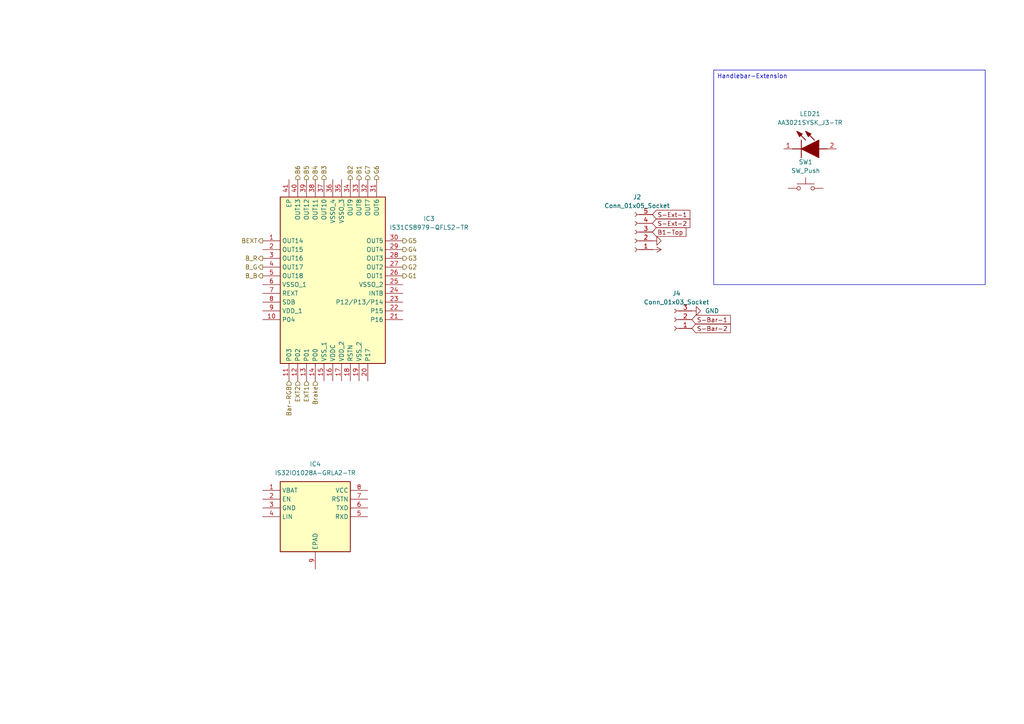
<source format=kicad_sch>
(kicad_sch (version 20250114) (generator "eeschema") (generator_version "9.0")
  (paper "A4")
  (lib_symbols
    (symbol "Connector:Conn_01x03_Socket" (pin_names (offset 1.016) (hide yes))
      (property "Reference" "J" (at 0 5.08 0))
      (property "Value" "Conn_01x03_Socket" (at 0 -5.08 0))
      (symbol "Conn_01x03_Socket_1_1"
        (polyline (pts (xy -1.27 2.54) (xy -0.508 2.54)) (stroke (width 0.1524)))
        (polyline (pts (xy -1.27 0) (xy -0.508 0)) (stroke (width 0.1524)))
        (polyline (pts (xy -1.27 -2.54) (xy -0.508 -2.54)) (stroke (width 0.1524)))
        (arc (start 0 2.032) (mid -0.5058 2.54) (end 0 3.048) (stroke (width 0.1524)))
        (arc (start 0 -0.508) (mid -0.5058 0) (end 0 0.508) (stroke (width 0.1524)))
        (arc (start 0 -3.048) (mid -0.5058 -2.54) (end 0 -2.032) (stroke (width 0.1524)))
        (pin passive line (at -5.08 2.54 0) (length 3.81) (name "Pin_1") (number "1"))
        (pin passive line (at -5.08 0 0) (length 3.81) (name "Pin_2") (number "2"))
        (pin passive line (at -5.08 -2.54 0) (length 3.81) (name "Pin_3") (number "3"))
      )
    )
    (symbol "Connector:Conn_01x05_Socket" (pin_names (offset 1.016) (hide yes))
      (property "Reference" "J" (at 0 7.62 0))
      (property "Value" "Conn_01x05_Socket" (at 0 -7.62 0))
      (symbol "Conn_01x05_Socket_1_1"
        (polyline (pts (xy -1.27 5.08) (xy -0.508 5.08)) (stroke (width 0.1524)))
        (polyline (pts (xy -1.27 2.54) (xy -0.508 2.54)) (stroke (width 0.1524)))
        (polyline (pts (xy -1.27 0) (xy -0.508 0)) (stroke (width 0.1524)))
        (polyline (pts (xy -1.27 -2.54) (xy -0.508 -2.54)) (stroke (width 0.1524)))
        (polyline (pts (xy -1.27 -5.08) (xy -0.508 -5.08)) (stroke (width 0.1524)))
        (arc (start 0 4.572) (mid -0.5058 5.08) (end 0 5.588) (stroke (width 0.1524)))
        (arc (start 0 2.032) (mid -0.5058 2.54) (end 0 3.048) (stroke (width 0.1524)))
        (arc (start 0 -0.508) (mid -0.5058 0) (end 0 0.508) (stroke (width 0.1524)))
        (arc (start 0 -3.048) (mid -0.5058 -2.54) (end 0 -2.032) (stroke (width 0.1524)))
        (arc (start 0 -5.588) (mid -0.5058 -5.08) (end 0 -4.572) (stroke (width 0.1524)))
        (pin passive line (at -5.08 5.08 0) (length 3.81) (name "Pin_1") (number "1"))
        (pin passive line (at -5.08 2.54 0) (length 3.81) (name "Pin_2") (number "2"))
        (pin passive line (at -5.08 0 0) (length 3.81) (name "Pin_3") (number "3"))
        (pin passive line (at -5.08 -2.54 0) (length 3.81) (name "Pin_4") (number "4"))
        (pin passive line (at -5.08 -5.08 0) (length 3.81) (name "Pin_5") (number "5"))
      )
    )
    (symbol "SamacSys_Parts:AA3021SYSK_J3-TR" (pin_names (hide yes))
      (property "Reference" "LED" (at 12.7 8.89 0))
      (property "Value" "AA3021SYSK_J3-TR" (at 12.7 6.35 0))
      (symbol "AA3021SYSK_J3-TR_1_1"
        (polyline (pts (xy 2.54 0) (xy 5.08 0)) (stroke (width 0.254)))
        (polyline (pts (xy 5.08 2.54) (xy 5.08 -2.54)) (stroke (width 0.254)))
        (polyline (pts (xy 5.08 0) (xy 10.16 2.54) (xy 10.16 -2.54) (xy 5.08 0)) (stroke (width 0.254)) (fill (type outline)))
        (polyline (pts (xy 5.334 4.318) (xy 4.572 3.556) (xy 3.81 5.08) (xy 5.334 4.318)) (stroke (width 0.254)) (fill (type outline)))
        (polyline (pts (xy 6.35 2.54) (xy 3.81 5.08)) (stroke (width 0.254)))
        (polyline (pts (xy 7.874 4.318) (xy 7.112 3.556) (xy 6.35 5.08) (xy 7.874 4.318)) (stroke (width 0.254)) (fill (type outline)))
        (polyline (pts (xy 8.89 2.54) (xy 6.35 5.08)) (stroke (width 0.254)))
        (polyline (pts (xy 10.16 0) (xy 12.7 0)) (stroke (width 0.254)))
        (pin passive line (at 0 0 0) (length 2.54) (name "K") (number "1"))
        (pin passive line (at 15.24 0 180) (length 2.54) (name "A") (number "2"))
      )
    )
    (symbol "SamacSys_Parts:IS31CS8979-QFLS2-TR"
      (property "Reference" "IC" (at 36.83 17.78 0))
      (property "Value" "IS31CS8979-QFLS2-TR" (at 36.83 15.24 0))
      (symbol "IS31CS8979-QFLS2-TR_1_1"
        (rectangle (start 5.08 12.7) (end 35.56 -35.56) (stroke (width 0.254)) (fill (type background)))
        (pin passive line (at 0 0 0) (length 5.08) (name "OUT14") (number "1"))
        (pin passive line (at 0 -2.54 0) (length 5.08) (name "OUT15") (number "2"))
        (pin passive line (at 0 -5.08 0) (length 5.08) (name "OUT16") (number "3"))
        (pin passive line (at 0 -7.62 0) (length 5.08) (name "OUT17") (number "4"))
        (pin passive line (at 0 -10.16 0) (length 5.08) (name "OUT18") (number "5"))
        (pin passive line (at 0 -12.7 0) (length 5.08) (name "VSSO_1") (number "6"))
        (pin passive line (at 0 -15.24 0) (length 5.08) (name "REXT") (number "7"))
        (pin passive line (at 0 -17.78 0) (length 5.08) (name "SDB") (number "8"))
        (pin passive line (at 0 -20.32 0) (length 5.08) (name "VDD_1") (number "9"))
        (pin passive line (at 0 -22.86 0) (length 5.08) (name "P04") (number "10"))
        (pin passive line (at 7.62 17.78 270) (length 5.08) (name "EP") (number "41"))
        (pin passive line (at 7.62 -40.64 90) (length 5.08) (name "P03") (number "11"))
        (pin passive line (at 10.16 17.78 270) (length 5.08) (name "OUT13") (number "40"))
        (pin passive line (at 10.16 -40.64 90) (length 5.08) (name "P02") (number "12"))
        (pin passive line (at 12.7 17.78 270) (length 5.08) (name "OUT12") (number "39"))
        (pin passive line (at 12.7 -40.64 90) (length 5.08) (name "P01") (number "13"))
        (pin passive line (at 15.24 17.78 270) (length 5.08) (name "OUT11") (number "38"))
        (pin passive line (at 15.24 -40.64 90) (length 5.08) (name "P00") (number "14"))
        (pin passive line (at 17.78 17.78 270) (length 5.08) (name "OUT10") (number "37"))
        (pin passive line (at 17.78 -40.64 90) (length 5.08) (name "VSS_1") (number "15"))
        (pin passive line (at 20.32 17.78 270) (length 5.08) (name "VSSO_4") (number "36"))
        (pin passive line (at 20.32 -40.64 90) (length 5.08) (name "VDDC") (number "16"))
        (pin passive line (at 22.86 17.78 270) (length 5.08) (name "VSSO_3") (number "35"))
        (pin passive line (at 22.86 -40.64 90) (length 5.08) (name "VDD_2") (number "17"))
        (pin passive line (at 25.4 17.78 270) (length 5.08) (name "OUT9") (number "34"))
        (pin passive line (at 25.4 -40.64 90) (length 5.08) (name "RSTN") (number "18"))
        (pin passive line (at 27.94 17.78 270) (length 5.08) (name "OUT8") (number "33"))
        (pin passive line (at 27.94 -40.64 90) (length 5.08) (name "VSS_2") (number "19"))
        (pin passive line (at 30.48 17.78 270) (length 5.08) (name "OUT7") (number "32"))
        (pin passive line (at 30.48 -40.64 90) (length 5.08) (name "P17") (number "20"))
        (pin passive line (at 33.02 17.78 270) (length 5.08) (name "OUT6") (number "31"))
        (pin passive line (at 40.64 0 180) (length 5.08) (name "OUT5") (number "30"))
        (pin passive line (at 40.64 -2.54 180) (length 5.08) (name "OUT4") (number "29"))
        (pin passive line (at 40.64 -5.08 180) (length 5.08) (name "OUT3") (number "28"))
        (pin passive line (at 40.64 -7.62 180) (length 5.08) (name "OUT2") (number "27"))
        (pin passive line (at 40.64 -10.16 180) (length 5.08) (name "OUT1") (number "26"))
        (pin passive line (at 40.64 -12.7 180) (length 5.08) (name "VSSO_2") (number "25"))
        (pin passive line (at 40.64 -15.24 180) (length 5.08) (name "INTB") (number "24"))
        (pin passive line (at 40.64 -17.78 180) (length 5.08) (name "P12/P13/P14") (number "23"))
        (pin passive line (at 40.64 -20.32 180) (length 5.08) (name "P15") (number "22"))
        (pin passive line (at 40.64 -22.86 180) (length 5.08) (name "P16") (number "21"))
      )
    )
    (symbol "SamacSys_Parts:IS32IO1028A-GRLA2-TR"
      (property "Reference" "IC" (at 26.67 7.62 0))
      (property "Value" "IS32IO1028A-GRLA2-TR" (at 26.67 5.08 0))
      (symbol "IS32IO1028A-GRLA2-TR_1_1"
        (rectangle (start 5.08 2.54) (end 25.4 -17.78) (stroke (width 0.254)) (fill (type background)))
        (pin passive line (at 0 0 0) (length 5.08) (name "VBAT") (number "1"))
        (pin passive line (at 0 -2.54 0) (length 5.08) (name "EN") (number "2"))
        (pin passive line (at 0 -5.08 0) (length 5.08) (name "GND") (number "3"))
        (pin passive line (at 0 -7.62 0) (length 5.08) (name "LIN") (number "4"))
        (pin passive line (at 15.24 -22.86 90) (length 5.08) (name "EPAD") (number "9"))
        (pin passive line (at 30.48 0 180) (length 5.08) (name "VCC") (number "8"))
        (pin passive line (at 30.48 -2.54 180) (length 5.08) (name "RSTN") (number "7"))
        (pin passive line (at 30.48 -5.08 180) (length 5.08) (name "TXD") (number "6"))
        (pin passive line (at 30.48 -7.62 180) (length 5.08) (name "RXD") (number "5"))
      )
    )
    (symbol "Switch:SW_Push" (pin_numbers (hide yes)) (pin_names (offset 1.016) (hide yes))
      (property "Reference" "SW" (at 1.27 2.54 0))
      (property "Value" "SW_Push" (at 0 -1.524 0))
      (symbol "SW_Push_0_1"
        (circle (center -2.032 0) (radius 0.508))
        (polyline (pts (xy 0 1.27) (xy 0 3.048)))
        (circle (center 2.032 0) (radius 0.508))
        (polyline (pts (xy 2.54 1.27) (xy -2.54 1.27)))
        (pin passive line (at -5.08 0 0) (length 2.54) (name "1") (number "1"))
        (pin passive line (at 5.08 0 180) (length 2.54) (name "2") (number "2"))
      )
    )
    (symbol "power:+5V" (power) (pin_numbers (hide yes)) (pin_names (offset 0) (hide yes))
      (property "Value" "+5V" (at 0 3.556 0))
      (symbol "+5V_0_1"
        (polyline (pts (xy -0.762 1.27) (xy 0 2.54)))
        (polyline (pts (xy 0 2.54) (xy 0.762 1.27)))
        (polyline (pts (xy 0 0) (xy 0 2.54)))
      )
      (symbol "+5V_1_1"
        (pin power_in line (at 0 0 90) (length 0) (name "~") (number "1"))
      )
    )
    (symbol "power:GND" (power) (pin_numbers (hide yes)) (pin_names (offset 0) (hide yes))
      (property "Value" "GND" (at 0 -3.81 0))
      (symbol "GND_0_1"
        (polyline (pts (xy 0 0) (xy 0 -1.27) (xy 1.27 -1.27) (xy 0 -2.54) (xy -1.27 -1.27) (xy 0 -1.27)))
      )
      (symbol "GND_1_1"
        (pin power_in line (at 0 0 270) (length 0) (name "~") (number "1"))
      )
    )
  )
  (text_box "Handlebar-Extension" (at 207.01 20.32 0) (size 78.74 62.23) (margins 0.9525 0.9525 0.9525 0.9525) (effects (font (size 1.27 1.27)) (justify left top)))
  (global_label "S-Ext-2" (shape input) (at 189.23 64.77 0) (property "Intersheetrefs" "${INTERSHEET_REFS}" (effects (hide yes))))
  (global_label "S-Bar-2" (shape input) (at 200.66 95.25 0) (property "Intersheetrefs" "${INTERSHEET_REFS}" (effects (hide yes))))
  (global_label "S-Bar-1" (shape input) (at 200.66 92.71 0) (property "Intersheetrefs" "${INTERSHEET_REFS}" (effects (hide yes))))
  (global_label "B1-Top" (shape input) (at 189.23 67.31 0) (property "Intersheetrefs" "${INTERSHEET_REFS}" (effects (hide yes))))
  (global_label "S-Ext-1" (shape input) (at 189.23 62.23 0) (property "Intersheetrefs" "${INTERSHEET_REFS}" (effects (hide yes))))
  (hierarchical_label "G3" (shape output) (at 116.84 74.93 0))
  (hierarchical_label "G1" (shape output) (at 116.84 80.01 0))
  (hierarchical_label "B_R" (shape output) (at 76.2 74.93 180))
  (hierarchical_label "B_B" (shape output) (at 76.2 80.01 180))
  (hierarchical_label "B_G" (shape output) (at 76.2 77.47 180))
  (hierarchical_label "B2" (shape output) (at 101.6 52.07 90))
  (hierarchical_label "B6" (shape output) (at 86.36 52.07 90))
  (hierarchical_label "G7" (shape output) (at 106.68 52.07 90))
  (hierarchical_label "Bar-RGB" (shape input) (at 83.82 110.49 270))
  (hierarchical_label "EXT2" (shape input) (at 86.36 110.49 270))
  (hierarchical_label "G2" (shape output) (at 116.84 77.47 0))
  (hierarchical_label "G4" (shape output) (at 116.84 72.39 0))
  (hierarchical_label "G5" (shape output) (at 116.84 69.85 0))
  (hierarchical_label "B1" (shape output) (at 104.14 52.07 90))
  (hierarchical_label "G6" (shape output) (at 109.22 52.07 90))
  (hierarchical_label "B4" (shape output) (at 91.44 52.07 90))
  (hierarchical_label "BEXT" (shape output) (at 76.2 69.85 180))
  (hierarchical_label "Brake" (shape input) (at 91.44 110.49 270))
  (hierarchical_label "B3" (shape output) (at 93.98 52.07 90))
  (hierarchical_label "EXT1" (shape input) (at 88.9 110.49 270))
  (hierarchical_label "B5" (shape output) (at 88.9 52.07 90))
  (symbol (lib_id "SamacSys_Parts:AA3021SYSK_J3-TR") (at 227.33 43.18 0) (unit 1)
    (property "Reference" "LED21" (at 234.95 33.02 0))
    (property "Value" "AA3021SYSK_J3-TR" (at 234.95 35.56 0))
    (property "Footprint" "LEDM3020X150N" (effects (hide yes)))
    (property "Datasheet" "https://www.KingbrightUSA.com/images/catalog/SPEC/AA3021SYSK-J3-TR.pdf" (effects (hide yes)))
    (property "Description" "Standard LEDs - SMD 3.0 X 2.0 MM YELLOW SMD LED" (effects (hide yes)))
    (property "Height" "1.5" (effects (hide yes)))
    (property "Manufacturer_Name" "Kingbright" (effects (hide yes)))
    (property "Manufacturer_Part_Number" "AA3021SYSK/J3-TR" (effects (hide yes)))
    (property "Mouser Part Number" "604-AA3021SYSKJ3TR" (effects (hide yes)))
    (property "Mouser Price/Stock" "https://www.mouser.co.uk/ProductDetail/Kingbright/AA3021SYSK-J3-TR?qs=Rt2YTNbomKjzKhXMN2ecRA%3D%3D" (effects (hide yes)))
  )
  (symbol (lib_id "power:+5V") (at 189.23 72.39 270) (unit 1)
    (property "Reference" "#PWR03" (effects (hide yes)))
    (property "Value" "+5V" (effects (hide yes)))
    (property "Description" "Power symbol creates a global label with name \"+5V\"" (effects (hide yes)))
  )
  (symbol (lib_id "power:GND") (at 200.66 90.17 90) (unit 1)
    (property "Reference" "#PWR05" (effects (hide yes)))
    (property "Value" "GND" (at 204.47 90.1699 90) (effects (justify right)))
    (property "Description" "Power symbol creates a global label with name \"GND\" , ground" (effects (hide yes)))
  )
  (symbol (lib_id "Switch:SW_Push") (at 233.68 54.61 0) (unit 1)
    (property "Reference" "SW1" (at 233.68 46.99 0))
    (property "Value" "SW_Push" (at 233.68 49.53 0))
    (property "Description" "Push button switch, generic, two pins" (effects (hide yes)))
  )
  (symbol (lib_id "Connector:Conn_01x03_Socket") (at 195.58 92.71 180) (unit 1)
    (property "Reference" "J4" (at 196.215 85.09 0))
    (property "Value" "Conn_01x03_Socket" (at 196.215 87.63 0))
    (property "Description" "Generic connector, single row, 01x03, script generated" (effects (hide yes)))
  )
  (symbol (lib_id "SamacSys_Parts:IS32IO1028A-GRLA2-TR") (at 76.2 142.24 0) (unit 1)
    (property "Reference" "IC4" (at 91.44 134.62 0))
    (property "Value" "IS32IO1028A-GRLA2-TR" (at 91.44 137.16 0))
    (property "Footprint" "SOIC127P600X170-9N" (effects (hide yes)))
    (property "Datasheet" "https://www.lumissil.com/assets/pdf/core/IS32IO1028_DS.pdf" (effects (hide yes)))
    (property "Description" "SOP-8, 4.9mmx3.9mm" (effects (hide yes)))
    (property "Height" "1.7" (effects (hide yes)))
    (property "Manufacturer_Name" "Lumissil Microsystems" (effects (hide yes)))
    (property "Manufacturer_Part_Number" "IS32IO1028A-GRLA2-TR" (effects (hide yes)))
    (property "Mouser Part Number" "870-2IO1028A-GRLA2TR" (effects (hide yes)))
    (property "Mouser Price/Stock" "https://www.mouser.co.uk/ProductDetail/Lumissil/IS32IO1028A-GRLA2-TR?qs=HoCaDK9Nz5efVuPbStEqtg%3D%3D" (effects (hide yes)))
  )
  (symbol (lib_id "power:GND") (at 189.23 69.85 90) (unit 1)
    (property "Reference" "#PWR02" (effects (hide yes)))
    (property "Value" "GND" (effects (hide yes)))
    (property "Description" "Power symbol creates a global label with name \"GND\" , ground" (effects (hide yes)))
  )
  (symbol (lib_id "SamacSys_Parts:IS31CS8979-QFLS2-TR") (at 76.2 69.85 0) (unit 1)
    (property "Reference" "IC3" (at 124.46 63.4298 0))
    (property "Value" "IS31CS8979-QFLS2-TR" (at 124.46 65.9698 0))
    (property "Footprint" "QFN50P600X600X80-41N-D" (effects (hide yes)))
    (property "Datasheet" "https://www.lumissil.com/assets/pdf/core/IS31CS8979_DS.pdf" (effects (hide yes)))
    (property "Description" "18-CHANNEL INTELLIGENT LED DRIVERS WITH BUILT-IN MCU, QFN-40, 6.0mmx6.0mm" (effects (hide yes)))
    (property "Height" "0.8" (effects (hide yes)))
    (property "Manufacturer_Name" "Lumissil Microsystems" (effects (hide yes)))
    (property "Manufacturer_Part_Number" "IS31CS8979-QFLS2-TR" (effects (hide yes)))
  )
  (symbol (lib_id "Connector:Conn_01x05_Socket") (at 184.15 67.31 180) (unit 1)
    (property "Reference" "J2" (at 184.785 57.15 0))
    (property "Value" "Conn_01x05_Socket" (at 184.785 59.69 0))
    (property "Description" "Generic connector, single row, 01x05, script generated" (effects (hide yes)))
  )
)
</source>
